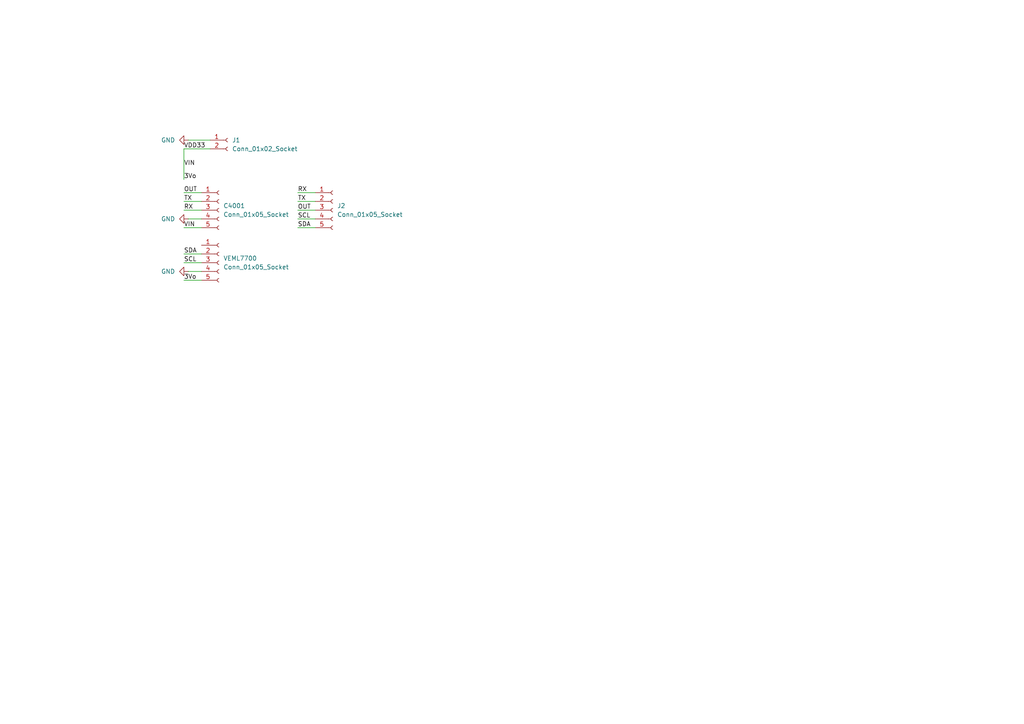
<source format=kicad_sch>
(kicad_sch (version 20250114) (generator "eeschema") (generator_version "9.0")
  (paper "A4")
  (lib_symbols
    (symbol "Connector:Conn_01x02_Socket" (pin_names (offset 1.016) (hide yes))
      (property "Reference" "J" (at 0 2.54 0))
      (property "Value" "Conn_01x02_Socket" (at 0 -5.08 0))
      (symbol "Conn_01x02_Socket_1_1"
        (polyline (pts (xy -1.27 0) (xy -0.508 0)) (stroke (width 0.1524)))
        (polyline (pts (xy -1.27 -2.54) (xy -0.508 -2.54)) (stroke (width 0.1524)))
        (arc (start 0 -0.508) (mid -0.5058 0) (end 0 0.508) (stroke (width 0.1524)))
        (arc (start 0 -3.048) (mid -0.5058 -2.54) (end 0 -2.032) (stroke (width 0.1524)))
        (pin passive line (at -5.08 0 0) (length 3.81) (name "Pin_1") (number "1"))
        (pin passive line (at -5.08 -2.54 0) (length 3.81) (name "Pin_2") (number "2"))
      )
    )
    (symbol "Connector:Conn_01x05_Socket" (pin_names (offset 1.016) (hide yes))
      (property "Reference" "J" (at 0 7.62 0))
      (property "Value" "Conn_01x05_Socket" (at 0 -7.62 0))
      (symbol "Conn_01x05_Socket_1_1"
        (polyline (pts (xy -1.27 5.08) (xy -0.508 5.08)) (stroke (width 0.1524)))
        (polyline (pts (xy -1.27 2.54) (xy -0.508 2.54)) (stroke (width 0.1524)))
        (polyline (pts (xy -1.27 0) (xy -0.508 0)) (stroke (width 0.1524)))
        (polyline (pts (xy -1.27 -2.54) (xy -0.508 -2.54)) (stroke (width 0.1524)))
        (polyline (pts (xy -1.27 -5.08) (xy -0.508 -5.08)) (stroke (width 0.1524)))
        (arc (start 0 4.572) (mid -0.5058 5.08) (end 0 5.588) (stroke (width 0.1524)))
        (arc (start 0 2.032) (mid -0.5058 2.54) (end 0 3.048) (stroke (width 0.1524)))
        (arc (start 0 -0.508) (mid -0.5058 0) (end 0 0.508) (stroke (width 0.1524)))
        (arc (start 0 -3.048) (mid -0.5058 -2.54) (end 0 -2.032) (stroke (width 0.1524)))
        (arc (start 0 -5.588) (mid -0.5058 -5.08) (end 0 -4.572) (stroke (width 0.1524)))
        (pin passive line (at -5.08 5.08 0) (length 3.81) (name "Pin_1") (number "1"))
        (pin passive line (at -5.08 2.54 0) (length 3.81) (name "Pin_2") (number "2"))
        (pin passive line (at -5.08 0 0) (length 3.81) (name "Pin_3") (number "3"))
        (pin passive line (at -5.08 -2.54 0) (length 3.81) (name "Pin_4") (number "4"))
        (pin passive line (at -5.08 -5.08 0) (length 3.81) (name "Pin_5") (number "5"))
      )
    )
    (symbol "power:GND" (power) (pin_numbers (hide yes)) (pin_names (offset 0) (hide yes))
      (property "Value" "GND" (at 0 -3.81 0))
      (symbol "GND_0_1"
        (polyline (pts (xy 0 0) (xy 0 -1.27) (xy 1.27 -1.27) (xy 0 -2.54) (xy -1.27 -1.27) (xy 0 -1.27)))
      )
      (symbol "GND_1_1"
        (pin power_in line (at 0 0 270) (length 0) (name "~") (number "1"))
      )
    )
  )
  (wire (pts (xy 86.36 55.88) (xy 91.44 55.88)))
  (wire (pts (xy 53.34 66.04) (xy 58.42 66.04)))
  (wire (pts (xy 53.34 73.66) (xy 58.42 73.66)))
  (wire (pts (xy 54.61 78.74) (xy 58.42 78.74)))
  (wire (pts (xy 53.34 60.96) (xy 58.42 60.96)))
  (wire (pts (xy 54.61 40.64) (xy 60.96 40.64)))
  (wire (pts (xy 53.34 76.2) (xy 58.42 76.2)))
  (wire (pts (xy 54.61 63.5) (xy 58.42 63.5)))
  (wire (pts (xy 53.34 52.07) (xy 53.34 43.18)))
  (wire (pts (xy 53.34 55.88) (xy 58.42 55.88)))
  (wire (pts (xy 86.36 58.42) (xy 91.44 58.42)))
  (wire (pts (xy 86.36 66.04) (xy 91.44 66.04)))
  (wire (pts (xy 86.36 63.5) (xy 91.44 63.5)))
  (wire (pts (xy 53.34 58.42) (xy 58.42 58.42)))
  (wire (pts (xy 53.34 43.18) (xy 60.96 43.18)))
  (wire (pts (xy 86.36 60.96) (xy 91.44 60.96)))
  (wire (pts (xy 53.34 81.28) (xy 58.42 81.28)))
  (label "SCL" (at 86.36 63.5 0))
  (label "RX" (at 86.36 55.88 0))
  (label "SDA" (at 53.34 73.66 0))
  (label "TX" (at 53.34 58.42 0))
  (label "3Vo" (at 53.34 52.07 0))
  (label "OUT" (at 86.36 60.96 0))
  (label "RX" (at 53.34 60.96 0))
  (label "SCL" (at 53.34 76.2 0))
  (label "VIN" (at 53.34 66.04 0))
  (label "3Vo" (at 53.34 81.28 0))
  (label "TX" (at 86.36 58.42 0))
  (label "OUT" (at 53.34 55.88 0))
  (label "SDA" (at 86.36 66.04 0))
  (label "VDD33" (at 53.34 43.18 0))
  (label "VIN" (at 53.34 48.26 0))
  (symbol (lib_id "Connector:Conn_01x05_Socket") (at 63.5 76.2 0) (unit 1)
    (property "Reference" "VEML7700" (at 64.77 74.9299 0) (effects (justify left)))
    (property "Value" "Conn_01x05_Socket" (at 64.77 77.4699 0) (effects (justify left)))
    (property "Footprint" "Connector_PinSocket_2.54mm:PinSocket_1x05_P2.54mm_Vertical" (effects (hide yes)))
    (property "Description" "Generic connector, single row, 01x05, script generated" (effects (hide yes)))
  )
  (symbol (lib_id "Connector:Conn_01x02_Socket") (at 66.04 40.64 0) (unit 1)
    (property "Reference" "J1" (at 67.31 40.6399 0) (effects (justify left)))
    (property "Value" "Conn_01x02_Socket" (at 67.31 43.1799 0) (effects (justify left)))
    (property "Footprint" "Connector_JST:JST_XH_B2B-XH-A_1x02_P2.50mm_Vertical" (effects (hide yes)))
    (property "Description" "Generic connector, single row, 01x02, script generated" (effects (hide yes)))
  )
  (symbol (lib_id "Connector:Conn_01x05_Socket") (at 96.52 60.96 0) (unit 1)
    (property "Reference" "J2" (at 97.79 59.6899 0) (effects (justify left)))
    (property "Value" "Conn_01x05_Socket" (at 97.79 62.2299 0) (effects (justify left)))
    (property "Footprint" "Connector_JST:JST_XH_B5B-XH-A_1x05_P2.50mm_Vertical" (effects (hide yes)))
    (property "Description" "Generic connector, single row, 01x05, script generated" (effects (hide yes)))
  )
  (symbol (lib_id "Connector:Conn_01x05_Socket") (at 63.5 60.96 0) (unit 1)
    (property "Reference" "C4001" (at 64.77 59.6899 0) (effects (justify left)))
    (property "Value" "Conn_01x05_Socket" (at 64.77 62.2299 0) (effects (justify left)))
    (property "Footprint" "Connector_PinSocket_2.54mm:PinSocket_1x05_P2.54mm_Vertical" (effects (hide yes)))
    (property "Description" "Generic connector, single row, 01x05, script generated" (effects (hide yes)))
  )
  (symbol (lib_id "power:GND") (at 54.61 78.74 270) (mirror x) (unit 1)
    (property "Reference" "#PWR03" (effects (hide yes)))
    (property "Value" "GND" (at 50.8 78.7401 90) (effects (justify right)))
    (property "Description" "Power symbol creates a global label with name \"GND\" , ground" (effects (hide yes)))
  )
  (symbol (lib_id "power:GND") (at 54.61 63.5 270) (mirror x) (unit 1)
    (property "Reference" "#PWR02" (effects (hide yes)))
    (property "Value" "GND" (at 50.8 63.5001 90) (effects (justify right)))
    (property "Description" "Power symbol creates a global label with name \"GND\" , ground" (effects (hide yes)))
  )
  (symbol (lib_id "power:GND") (at 54.61 40.64 270) (mirror x) (unit 1)
    (property "Reference" "#PWR01" (effects (hide yes)))
    (property "Value" "GND" (at 50.8 40.6401 90) (effects (justify right)))
    (property "Description" "Power symbol creates a global label with name \"GND\" , ground" (effects (hide yes)))
  )
)
</source>
